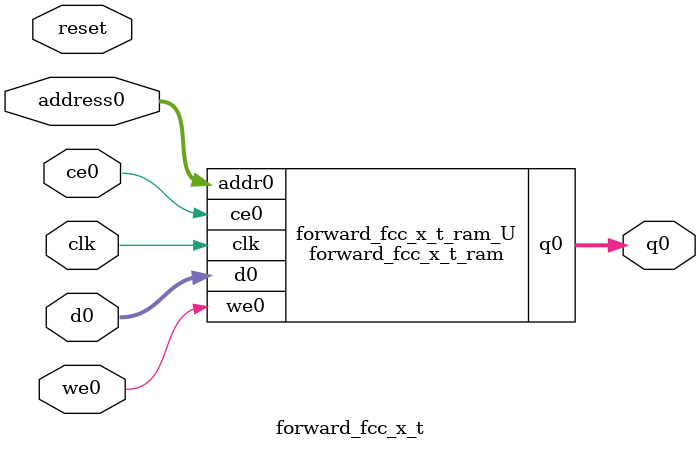
<source format=v>
`timescale 1 ns / 1 ps
module forward_fcc_x_t_ram (addr0, ce0, d0, we0, q0,  clk);

parameter DWIDTH = 32;
parameter AWIDTH = 7;
parameter MEM_SIZE = 100;

input[AWIDTH-1:0] addr0;
input ce0;
input[DWIDTH-1:0] d0;
input we0;
output reg[DWIDTH-1:0] q0;
input clk;

reg [DWIDTH-1:0] ram[0:MEM_SIZE-1];




always @(posedge clk)  
begin 
    if (ce0) begin
        if (we0) 
            ram[addr0] <= d0; 
        q0 <= ram[addr0];
    end
end


endmodule

`timescale 1 ns / 1 ps
module forward_fcc_x_t(
    reset,
    clk,
    address0,
    ce0,
    we0,
    d0,
    q0);

parameter DataWidth = 32'd32;
parameter AddressRange = 32'd100;
parameter AddressWidth = 32'd7;
input reset;
input clk;
input[AddressWidth - 1:0] address0;
input ce0;
input we0;
input[DataWidth - 1:0] d0;
output[DataWidth - 1:0] q0;



forward_fcc_x_t_ram forward_fcc_x_t_ram_U(
    .clk( clk ),
    .addr0( address0 ),
    .ce0( ce0 ),
    .we0( we0 ),
    .d0( d0 ),
    .q0( q0 ));

endmodule


</source>
